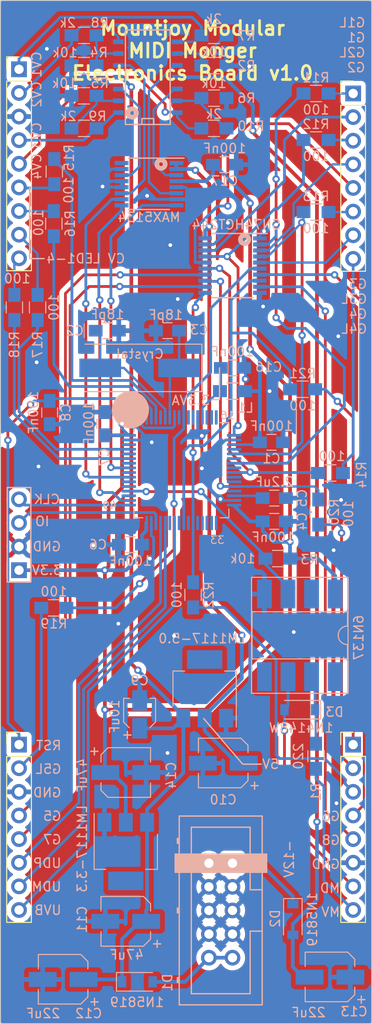
<source format=kicad_pcb>
(kicad_pcb (version 20221018) (generator pcbnew)
  (layers (0 "F.Cu" signal) (31 "B.Cu" signal) (34 "B.Paste" user) (35 "F.Paste" user) (36 "B.SilkS" user "B.Silkscreen") (37 "F.SilkS" user "F.Silkscreen") (38 "B.Mask" user) (39 "F.Mask" user) (44 "Edge.Cuts" user))
  (net 0 "")
  (net 1 "GATE1_LED_OUT")
  (net 2 "GND")
  (net 3 "GATE2_LED_OUT")
  (net 4 "GATE3_LED_OUT")
  (net 5 "GATE4_LED_OUT")
  (net 6 "CV1_LED_OUT")
  (net 7 "CV2_LED_OUT")
  (net 8 "CV3_LED_OUT")
  (net 9 "CV4_LED_OUT")
  (net 10 "GATE5_LED_OUT")
  (net 11 "GATE6_LED_OUT")
  (net 12 "GATE7_LED_OUT")
  (net 13 "GATE8_LED_OUT")
  (net 14 "MIDI_VREF")
  (net 15 "MIDI_DATA")
  (net 16 "GATE8_OUT")
  (net 17 "GATE7_OUT")
  (net 18 "GATE6_OUT")
  (net 19 "GATE5_OUT")
  (net 20 "GATE1_OUT")
  (net 21 "GATE2_OUT")
  (net 22 "GATE3_OUT")
  (net 23 "GATE4_OUT")
  (net 24 "USB_DM")
  (net 25 "USB_DP")
  (net 26 "USB_VBUS")
  (net 27 "CV1_OUT")
  (net 28 "CV2_OUT")
  (net 29 "CV3_OUT")
  (net 30 "CV4_OUT")
  (net 31 "+3V3")
  (net 32 "Net-(C2-Pad1)")
  (net 33 "Net-(C3-Pad1)")
  (net 34 "Net-(C5-Pad1)")
  (net 35 "NRST")
  (net 36 "VCC")
  (net 37 "+5V")
  (net 38 "VEE")
  (net 39 "+3.3VA")
  (net 40 "+12V")
  (net 41 "-12V")
  (net 42 "SWCLK")
  (net 43 "SWDIO")
  (net 44 "Net-(D3-Pad1)")
  (net 45 "Net-(R2-Pad2)")
  (net 46 "MIDI_RX")
  (net 47 "Net-(R4-Pad2)")
  (net 48 "Net-(R5-Pad2)")
  (net 49 "Net-(R10-Pad2)")
  (net 50 "GATE1")
  (net 51 "GATE2")
  (net 52 "GATE3")
  (net 53 "GATE4")
  (net 54 "CV1_LED")
  (net 55 "CV2_LED")
  (net 56 "CV3_LED")
  (net 57 "CV4_LED")
  (net 58 "GATE5")
  (net 59 "GATE6")
  (net 60 "GATE7")
  (net 61 "GATE8")
  (net 62 "Net-(U1-Pad1)")
  (net 63 "Net-(U1-Pad4)")
  (net 64 "Net-(U1-Pad8)")
  (net 65 "Net-(U1-Pad10)")
  (net 66 "Net-(U1-Pad14)")
  (net 67 "Net-(U1-Pad16)")
  (net 68 "Net-(U1-Pad20)")
  (net 69 "Net-(U1-Pad22)")
  (net 70 "Net-(U1-Pad24)")
  (net 71 "Net-(U1-Pad26)")
  (net 72 "Net-(U1-Pad29)")
  (net 73 "Net-(U1-Pad34)")
  (net 74 "Net-(U1-Pad36)")
  (net 75 "Net-(U1-Pad37)")
  (net 76 "Net-(U1-Pad39)")
  (net 77 "Net-(U1-Pad41)")
  (net 78 "Net-(U1-Pad43)")
  (net 79 "DAC_NSS")
  (net 80 "Net-(U1-Pad51)")
  (net 81 "Net-(U1-Pad53)")
  (net 82 "Net-(U1-Pad54)")
  (net 83 "DAC_SCK")
  (net 84 "Net-(U1-Pad56)")
  (net 85 "DAC_MOSI")
  (net 86 "Net-(U1-Pad58)")
  (net 87 "Net-(U1-Pad60)")
  (net 88 "Net-(U1-Pad62)")
  (net 89 "Net-(U2-Pad4)")
  (net 90 "Net-(U2-Pad7)")
  (net 91 "Net-(U2-Pad1)")
  (net 92 "DAC_3")
  (net 93 "DAC_4")
  (net 94 "DAC_2")
  (net 95 "DAC_1")
  (net 96 "Net-(U7-Pad16)")
  (net 97 "Net-(U1-Pad27)")
  (net 98 "Net-(U1-Pad33)")
  (net 99 "Net-(U1-Pad35)")
  (net 100 "Net-(U1-Pad11)")
  (net 101 "Net-(U1-Pad15)")
  (footprint "Socket_Strips:Socket_Strip_Straight_1x08_Pitch2.54mm" (layer "F.Cu") (at 134 50)
    (fp_text reference "J3" hide)
    (fp_text value "Conn_01x08_Male" hide)
  )
  (footprint "Socket_Strips:Socket_Strip_Straight_1x08_Pitch2.54mm" (layer "F.Cu") (at 98 120)
    (fp_text reference "J4" hide)
    (fp_text value "Conn_01x08_Male" hide)
  )
  (footprint "Socket_Strips:Socket_Strip_Straight_1x08_Pitch2.54mm" (layer "F.Cu") (at 134 120)
    (fp_text reference "J5" hide)
    (fp_text value "Conn_01x08_Male" hide)
  )
  (footprint "Socket_Strips:Socket_Strip_Straight_1x09_Pitch2.54mm" (layer "F.Cu") (at 98 47.4)
    (fp_text reference "J2" hide)
    (fp_text value "Conn_01x09_Male" hide)
  )
  (footprint "Diodes_SMD:D_SOD-123" (layer "B.Cu") (at 128.25 116.25 180)
    (fp_text reference "D3")
    (fp_text value "1N4148W")
  )
  (footprint "Capacitors_SMD:C_0805_HandSoldering" (layer "B.Cu") (at 125.2 87.5)
    (fp_text reference "C1")
    (fp_text value "100nF")
  )
  (footprint "Capacitors_SMD:C_0805_HandSoldering" (layer "B.Cu") (at 114 75.5 180)
    (fp_text reference "C3")
    (fp_text value "18pF")
  )
  (footprint "Capacitors_SMD:C_0805_HandSoldering" (layer "B.Cu") (at 125.5 96)
    (fp_text reference "C4")
    (fp_text value "100nF")
  )
  (footprint "Capacitors_SMD:C_0805_HandSoldering" (layer "B.Cu") (at 125.5 93.5)
    (fp_text reference "C5")
    (fp_text value "2.2uF")
  )
  (footprint "Capacitors_SMD:C_0805_HandSoldering" (layer "B.Cu") (at 110 98.5 180)
    (fp_text reference "C6")
    (fp_text value "100nF")
  )
  (footprint "Capacitors_SMD:C_0805_HandSoldering" (layer "B.Cu") (at 107.25 85.5 90)
    (fp_text reference "C7")
    (fp_text value "100nF")
  )
  (footprint "Capacitors_SMD:C_0805_HandSoldering" (layer "B.Cu") (at 101.3 84.3 90)
    (fp_text reference "C8")
    (fp_text value "100nF")
  )
  (footprint "Capacitors_SMD:CP_Elec_3x5.3" (layer "B.Cu") (at 111 116.75 90)
    (fp_text reference "C9")
    (fp_text value "10uF")
  )
  (footprint "Capacitors_SMD:CP_Elec_5x5.3" (layer "B.Cu") (at 120 122 180)
    (fp_text reference "C10")
    (fp_text value "22uF")
  )
  (footprint "Capacitors_SMD:CP_Elec_5x5.8" (layer "B.Cu") (at 109.5 139 180)
    (fp_text reference "C11")
    (fp_text value "47uF")
  )
  (footprint "Capacitors_SMD:CP_Elec_5x5.3" (layer "B.Cu") (at 102.75 145.25 180)
    (fp_text reference "C12")
    (fp_text value "22uF")
  )
  (footprint "Capacitors_SMD:CP_Elec_5x5.3" (layer "B.Cu") (at 131.5 145 180)
    (fp_text reference "C13")
    (fp_text value "22uF")
  )
  (footprint "Capacitors_SMD:CP_Elec_5x5.8" (layer "B.Cu") (at 109.5 123)
    (fp_text reference "C14")
    (fp_text value "47uF")
  )
  (footprint "Capacitors_SMD:C_0805_HandSoldering" (layer "B.Cu") (at 120.15 57.65)
    (fp_text reference "C17")
    (fp_text value "100nF")
  )
  (footprint "Diodes_SMD:D_SOD-123" (layer "B.Cu") (at 110.75 145.5)
    (fp_text reference "D1")
    (fp_text value "1N5819")
  )
  (footprint "Diodes_SMD:D_SOD-123" (layer "B.Cu") (at 127.5 138.8 -90)
    (fp_text reference "D2")
    (fp_text value "1N5819")
  )
  (footprint "Custom_Footprints:SWD_header" (layer "B.Cu") (at 98 101.25 90)
    (fp_text reference "J1" hide)
    (fp_text value "SWD_Header" hide)
  )
  (footprint "Custom_Footprints:Eurorack_10_pin_header" (layer "B.Cu") (at 121 132.75 -90)
    (fp_text reference "J9" hide)
    (fp_text value "Eurorack_10_pin_power")
  )
  (footprint "Inductors_SMD:L_0805_HandSoldering" (layer "B.Cu") (at 121 82)
    (fp_text reference "L1")
    (fp_text value "L")
  )
  (footprint "Resistors_SMD:R_0805_HandSoldering" (layer "B.Cu") (at 130 121.25 -90)
    (fp_text reference "R1")
    (fp_text value "220")
  )
  (footprint "Resistors_SMD:R_0805_HandSoldering" (layer "B.Cu") (at 125.9 100 180)
    (fp_text reference "R3")
    (fp_text value "10k")
  )
  (footprint "Resistors_SMD:R_0805_HandSoldering" (layer "B.Cu") (at 105 47)
    (fp_text reference "R4")
    (fp_text value "10k")
  )
  (footprint "Resistors_SMD:R_0805_HandSoldering" (layer "B.Cu") (at 105 50.25)
    (fp_text reference "R5")
    (fp_text value "10k")
  )
  (footprint "Resistors_SMD:R_0805_HandSoldering" (layer "B.Cu") (at 119 50.5 180)
    (fp_text reference "R6")
    (fp_text value "10k")
  )
  (footprint "Resistors_SMD:R_0805_HandSoldering" (layer "B.Cu") (at 119 43.75)
    (fp_text reference "R7")
    (fp_text value "2k")
  )
  (footprint "Resistors_SMD:R_0805_HandSoldering" (layer "B.Cu") (at 105 53.75 180)
    (fp_text reference "R9")
    (fp_text value "2k")
  )
  (footprint "Resistors_SMD:R_0805_HandSoldering" (layer "B.Cu") (at 119 53.75)
    (fp_text reference "R10")
    (fp_text value "2k")
  )
  (footprint "Resistors_SMD:R_0805_HandSoldering" (layer "B.Cu") (at 130 55 180)
    (fp_text reference "R12")
    (fp_text value "100")
  )
  (footprint "Resistors_SMD:R_0805_HandSoldering" (layer "B.Cu") (at 100 73 -90)
    (fp_text reference "R17")
    (fp_text value "100")
  )
  (footprint "Resistors_SMD:R_0805_HandSoldering" (layer "B.Cu") (at 97.5 73 -90)
    (fp_text reference "R18")
    (fp_text value "100")
  )
  (footprint "Resistors_SMD:R_0805_HandSoldering" (layer "B.Cu") (at 128.55 81.8 180)
    (fp_text reference "R21")
    (fp_text value "100")
  )
  (footprint "Package_QFP:LQFP-64_10x10mm_P0.5mm" (layer "B.Cu") (at 115.5 90.5 -90)
    (fp_text reference "U1" hide)
    (fp_text value "STM32F446RETx")
  )
  (footprint "TO_SOT_Packages_SMD:SOT-223" (layer "B.Cu") (at 118 114 90)
    (fp_text reference "U4" hide)
    (fp_text value "LM1117-5.0")
  )
  (footprint "TO_SOT_Packages_SMD:SOT-223" (layer "B.Cu") (at 109.5 131.5 -90)
    (fp_text reference "U5" hide)
    (fp_text value "LM1117-3.3")
  )
  (footprint "Housings_SSOP:TSSOP-20_4.4x6.5mm_Pitch0.65mm" (layer "B.Cu") (at 121 68.5 180)
    (fp_text reference "U6" hide)
    (fp_text value "SN74HCT244")
  )
  (footprint "Custom_Footprints:Crystal_SMD" (layer "B.Cu") (at 111 79.5 180)
    (fp_text reference "Y1" hide)
    (fp_text value "Crystal")
  )
  (footprint "Housings_SSOP:TSSOP-16_4.4x5mm_Pitch0.65mm" (layer "B.Cu") (at 112 59.75 180)
    (fp_text reference "U7" hide)
    (fp_text value "MAX5134")
  )
  (footprint "Capacitors_SMD:C_0805_HandSoldering" (layer "B.Cu") (at 121 79.5)
    (fp_text reference "C16")
    (fp_text value "100nF")
  )
  (footprint "SMD_Packages:SOIC-14_N" (layer "B.Cu") (at 112 48.25 90)
    (fp_text reference "U3" hide)
    (fp_text value "TL074")
  )
  (footprint "Housings_DIP:DIP-8_W8.89mm_SMDSocket_LongPads" (layer "B.Cu") (at 128.25 108.25 90)
    (fp_text reference "U2" hide)
    (fp_text value "6N137")
  )
  (footprint "Resistors_SMD:R_0805_HandSoldering" (layer "B.Cu") (at 105 43.75)
    (fp_text reference "R8")
    (fp_text value "2k")
  )
  (footprint "Resistors_SMD:R_0805_HandSoldering" (layer "B.Cu") (at 119 47 180)
    (fp_text reference "R2")
    (fp_text value "10k")
  )
  (footprint "Resistors_SMD:R_0805_HandSoldering" (layer "B.Cu") (at 101.75 64 -90)
    (fp_text reference "R16")
    (fp_text value "100")
  )
  (footprint "Resistors_SMD:R_0805_HandSoldering" (layer "B.Cu") (at 130 62.75 180)
    (fp_text reference "R13")
    (fp_text value "100")
  )
  (footprint "Resistors_SMD:R_0805_HandSoldering" (layer "B.Cu") (at 130 50 180)
    (fp_text reference "R11")
    (fp_text value "100")
  )
  (footprint "Capacitors_SMD:C_0805_HandSoldering" (layer "B.Cu") (at 107.5 75.5)
    (fp_text reference "C2")
    (fp_text value "18pF")
  )
  (footprint "Resistors_SMD:R_0805_HandSoldering" (layer "B.Cu") (at 130.25 95 90)
    (fp_text reference "R20")
    (fp_text value "100")
  )
  (footprint "Resistors_SMD:R_0805_HandSoldering" (layer "B.Cu") (at 131.55 90.8 180)
    (fp_text reference "R14")
    (fp_text value "100")
  )
  (footprint "Resistors_SMD:R_0805_HandSoldering" (layer "B.Cu") (at 116.75 103.9 90)
    (fp_text reference "R22")
    (fp_text value "100")
  )
  (footprint "Resistors_SMD:R_0805_HandSoldering" (layer "B.Cu") (at 101.75 105.3)
    (fp_text reference "R19")
    (fp_text value "100")
  )
  (footprint "Resistors_SMD:R_0805_HandSoldering" (layer "B.Cu") (at 101.8 58.4 90)
    (fp_text reference "R15")
    (fp_text value "100")
  )
  (gr_circle (center 122.3 65.7) (end 122.5 65.7) (stroke (width 0.5)) (fill none) (layer "B.SilkS"))
  (gr_circle (center 110.2 52.1) (end 110.4 52.1) (stroke (width 0.5)) (fill none) (layer "B.SilkS"))
  (gr_line (start 118.8 82.9) (end 119.6 82.9) (stroke (width 0.15)) (layer "B.SilkS"))
  (gr_line (start 124.1 122.1) (end 122.1 122.1) (stroke (width 0.15)) (layer "B.SilkS"))
  (gr_line (start 99.15 67.75) (end 99.15 60.15) (stroke (width 0.15)) (layer "B.SilkS"))
  (gr_line (start 100.7 67.75) (end 99.15 67.75) (stroke (width 0.15)) (layer "B.SilkS"))
  (gr_line (start 119.6 82.9) (end 119.6 79.5) (stroke (width 0.15)) (layer "B.SilkS"))
  (gr_circle (center 113.3 57.6) (end 113.5 57.6) (stroke (width 0.5)) (fill none) (layer "B.SilkS"))
  (gr_line (start 122.1 122.1) (end 117.9 117.2) (stroke (width 0.15)) (layer "B.SilkS"))
  (gr_circle (center 110 84) (end 110 84) (stroke (width 2)) (fill none) (layer "B.SilkS"))
  (gr_line (start 96 40) (end 136 40) (stroke (width 0.1)) (layer "Edge.Cuts"))
  (gr_line (start 96 150) (end 136 150) (stroke (width 0.1)) (layer "Edge.Cuts"))
  (gr_line (start 96 40) (end 96 150) (stroke (width 0.1)) (layer "Edge.Cuts"))
  (gr_line (start 136 40) (end 136 150) (stroke (width 0.1)) (layer "Edge.Cuts"))
  (gr_text "G5L" (at 101.17619 122.628571) (layer "B.SilkS") (effects (font (size 1 1)) (justify mirror)))
  (gr_text "GND" (at 101.033333 125.157142) (layer "B.SilkS") (effects (font (size 1 1)) (justify mirror)))
  (gr_text "G5" (at 101.580952 127.685713) (layer "B.SilkS") (effects (font (size 1 1)) (justify mirror)))
  (gr_text "G7" (at 101.580952 130.214284) (layer "B.SilkS") (effects (font (size 1 1)) (justify mirror)))
  (gr_text "UDP" (at 101.033333 132.742855) (layer "B.SilkS") (effects (font (size 1 1)) (justify mirror)))
  (gr_text "UDM" (at 100.961905 135.271426) (layer "B.SilkS") (effects (font (size 1 1)) (justify mirror)))
  (gr_text "UVB" (at 101.104762 137.8) (layer "B.SilkS") (effects (font (size 1 1)) (justify mirror)))
  (gr_text "G8" (at 131.6 130.275) (layer "B.SilkS") (effects (font (size 1 1)) (justify mirror)))
  (gr_text "MV" (at 131.576191 138) (layer "B.SilkS") (effects (font (size 1 1)) (justify mirror)))
  (gr_text "G3\nG3L\nG4\nG4L" (at 135.6 72.9) (layer "B.SilkS") (effects (font (size 1 1)) (justify left mirror)))
  (gr_text "G6" (at 131.6 127.7) (layer "B.SilkS") (effects (font (size 1 1)) (justify mirror)))
  (gr_text "GND" (at 131.052381 132.85) (layer "B.SilkS") (effects (font (size 1 1)) (justify mirror)))
  (gr_text "MD" (at 131.504762 135.425) (layer "B.SilkS") (effects (font (size 1 1)) (justify mirror)))
  (gr_text "G1L\nG1\nG2L\nG2" (at 135.4 44.8) (layer "B.SilkS") (effects (font (size 1 1)) (justify left mirror)))
  (gr_text "33" (at 120.2 98) (layer "B.SilkS") (effects (font (size 0.8 0.8) (thickness 0.12)) (justify left mirror)))
  (gr_text "49" (at 108.6 94.3) (layer "B.SilkS") (effects (font (size 0.8 0.8) (thickness 0.12)) (justify left mirror)))
  (gr_text "16" (at 121.3 84.6) (layer "B.SilkS") (effects (font (size 0.8 0.8) (thickness 0.12)) (justify left mirror)))
  (gr_text "5V" (at 125.1 122.1) (layer "B.SilkS") (effects (font (size 1 1)) (justify mirror)))
  (gr_text "3.3VA" (at 116.5 83) (layer "B.SilkS") (effects (font (size 1 1)) (justify mirror)))
  (gr_text "CV LED1-4" (at 100.85 67.75) (layer "B.SilkS") (effects (font (size 1 1)) (justify right mirror)))
  (gr_text "CV1" (at 99.9 48.4 90) (layer "B.SilkS") (effects (font (size 1 1)) (justify right mirror)))
  (gr_text "CV2" (at 99.9 51.6 90) (layer "B.SilkS") (effects (font (size 1 1)) (justify right mirror)))
  (gr_text "CV3" (at 99.9 56 90) (layer "B.SilkS") (effects (font (size 1 1)) (justify right mirror)))
  (gr_text "CV4" (at 99.9 59.35 90) (layer "B.SilkS") (effects (font (size 1 1)) (justify right mirror)))
  (gr_text "RST" (at 101.2 120.1) (layer "B.SilkS") (effects (font (size 1 1)) (justify mirror)))
  (gr_text "Mountjoy Modular\nMIDI Monger\nElectronics Board v1.0" (at 116.7 45.4) (layer "F.SilkS") (effects (font (size 1.5 1.5) (thickness 0.3))))
  (segment (start 131.35 50) (end 134 50) (width 0.25) (layer "B.Cu") (net 1))
  (segment (start 117.7 86.8) (end 117.7 90.3) (width 0.3) (layer "F.Cu") (net 2))
  (via (at 108.7 107) (size 0.8) (drill 0.4) (layers "F.Cu" "B.Cu") (net 2))
  (via (at 117.7 86.8) (size 0.8) (drill 0.4) (layers "F.Cu" "B.Cu") (net 2))
  (via (at 127.6 107.9) (size 0.8) (drill 0.4) (layers "F.Cu" "B.Cu") (net 2))
  (via (at 122.8 47.1) (size 0.8) (drill 0.4) (layers "F.Cu" "B.Cu") (net 2))
  (via (at 111.8 42.9) (size 0.8) (drill 0.4) (layers "F.Cu" "B.Cu") (net 2))
  (via (at 115.1 72.1) (size 0.8) (drill 0.4) (layers "F.Cu" "B.Cu") (net 2))
  (via (at 119.7 93.6) (size 0.8) (drill 0.4) (layers "F.Cu" "B.Cu") (net 2))
  (via (at 114 120.9) (size 0.8) (drill 0.4) (layers "F.Cu" "B.Cu") (net 2))
  (via (at 101 45.2) (size 0.8) (drill 0.4) (layers "F.Cu" "B.Cu") (net 2))
  (via (at 111.8 61) (size 0.8) (drill 0.4) (layers "F.Cu" "B.Cu") (net 2))
  (via (at 124.3 72.9) (size 0.8) (drill 0.4) (layers "F.Cu" "B.Cu") (net 2))
  (via (at 120.5 63.9) (size 0.8) (drill 0.4) (layers "F.Cu" "B.Cu") (net 2))
  (via (at 124.4 64.8) (size 0.8) (drill 0.4) (layers "F.Cu" "B.Cu") (net 2))
  (via (at 132.4 76.1) (size 0.8) (drill 0.4) (layers "F.Cu" "B.Cu") (net 2))
  (via (at 117.7 90.3) (size 0.8) (drill 0.4) (layers "F.Cu" "B.Cu") (net 2))
  (via (at 114.3 66.3) (size 0.8) (drill 0.4) (layers "F.Cu" "B.Cu") (net 2))
  (via (at 125 82) (size 0.8) (drill 0.4) (layers "F.Cu" "B.Cu") (net 2))
  (via (at 132.2 126.3) (size 0.8) (drill 0.4) (layers "F.Cu" "B.Cu") (net 2))
  (via (at 100.1 90.1) (size 0.8) (drill 0.4) (layers "F.Cu" "B.Cu") (net 2))
  (via (at 107 60) (size 0.8) (drill 0.4) (layers "F.Cu" "B.Cu") (net 2))
  (via (at 112.3 87.5) (size 0.8) (drill 0.4) (layers "F.Cu" "B.Cu") (net 2))
  (via (at 106 98.6) (size 0.8) (drill 0.4) (layers "F.Cu" "B.Cu") (net 2))
  (via (at 131.9 99.1) (size 0.8) (drill 0.4) (layers "F.Cu" "B.Cu") (net 2))
  (via (at 132.7 93.7) (size 0.8) (drill 0.4) (layers "F.Cu" "B.Cu") (net 2))
  (via (at 122.4 80.7) (size 0.8) (drill 0.4) (layers "F.Cu" "B.Cu") (net 2))
  (via (at 112.1 100) (size 0.8) (drill 0.4) (layers "F.Cu" "B.Cu") (net 2))
  (via (at 114.7 108.3) (size 0.8) (drill 0.4) (layers "F.Cu" "B.Cu") (net 2))
  (via (at 99.9 78.9) (size 0.8) (drill 0.4) (layers "F.Cu" "B.Cu") (net 2))
  (segment (start 107.575 59.425) (end 107 60) (width 0.3) (layer "B.Cu") (net 2))
  (segment (start 118.980002 66.225) (end 118.05 66.225) (width 0.3) (layer "B.Cu") (net 2))
  (segment (start 121.175 93.75) (end 119.85 93.75) (width 0.3) (layer "B.Cu") (net 2))
  (segment (start 107.25 84.25) (end 109.05 84.25) (width 0.3) (layer "B.Cu") (net 2))
  (segment (start 109.05 60.075) (end 107.075 60.075) (width 0.3) (layer "B.Cu") (net 2))
  (segment (start 112.25 97.524999) (end 112.499999 97.774998) (width 0.3) (layer "B.Cu") (net 2))
  (segment (start 116.050001 60.219999) (end 116.050001 64.549999) (width 0.3) (layer "B.Cu") (net 2))
  (segment (start 116.050001 64.549999) (end 114.3 66.3) (width 0.3) (layer "B.Cu") (net 2))
  (segment (start 108 58.125) (end 107 59.125) (width 0.3) (layer "B.Cu") (net 2))
  (segment (start 109.05 59.425) (end 107.575 59.425) (width 0.3) (layer "B.Cu") (net 2))
  (segment (start 118.099999 89.900001) (end 117.7 90.3) (width 0.3) (layer "B.Cu") (net 2))
  (segment (start 119.7 93.6) (end 117.7 91.6) (width 0.3) (layer "B.Cu") (net 2))
  (segment (start 115.905002 60.075) (end 116.050001 60.219999) (width 0.3) (layer "B.Cu") (net 2))
  (segment (start 116 61.375) (end 116.050001 61.425001) (width 0.3) (layer "B.Cu") (net 2))
  (segment (start 114.95 61.375) (end 116 61.375) (width 0.4) (layer "B.Cu") (net 2))
  (segment (start 117.7 91.6) (end 117.7 90.3) (width 0.3) (layer "B.Cu") (net 2))
  (segment (start 112.499999 99.600001) (end 112.1 100) (width 0.3) (layer "B.Cu") (net 2))
  (segment (start 122.4 79.65) (end 122.25 79.5) (width 0.3) (layer "B.Cu") (net 2))
  (segment (start 120.25 87.25) (end 118.099999 89.400001) (width 0.3) (layer "B.Cu") (net 2))
  (segment (start 112.05 87.25) (end 112.3 87.5) (width 0.3) (layer "B.Cu") (net 2))
  (segment (start 107 59.125) (end 107 60) (width 0.3) (layer "B.Cu") (net 2))
  (segment (start 117.25 84.825) (end 117.25 86.35) (width 0.3) (layer "B.Cu") (net 2))
  (segment (start 121.175 87.25) (end 120.25 87.25) (width 0.3) (layer "B.Cu") (net 2))
  (segment (start 107.075 60.075) (end 107 60) (width 0.3) (layer "B.Cu") (net 2))
  (segment (start 109.05 84.25) (end 112.3 87.5) (width 0.3) (layer "B.Cu") (net 2))
  (segment (start 117.25 86.35) (end 117.7 86.8) (width 0.3) (layer "B.Cu") (net 2))
  (segment (start 116.050001 61.425001) (end 116.050001 64.549999) (width 0.3) (layer "B.Cu") (net 2))
  (segment (start 114.95 60.075) (end 115.905002 60.075) (width 0.3) (layer "B.Cu") (net 2))
  (segment (start 123.95 65.575) (end 123.95 65.25) (width 0.3) (layer "B.Cu") (net 2))
  (segment (start 123.95 65.25) (end 124.4 64.8) (width 0.3) (layer "B.Cu") (net 2))
  (segment (start 114.95 61.375) (end 112.175 61.375) (width 0.3) (layer "B.Cu") (net 2))
  (segment (start 120.5 63.9) (end 120.5 64.705002) (width 0.3) (layer "B.Cu") (net 2))
  (segment (start 112.25 96.175) (end 112.25 97.524999) (width 0.3) (layer "B.Cu") (net 2))
  (segment (start 118.099999 89.400001) (end 118.099999 89.900001) (width 0.3) (layer "B.Cu") (net 2))
  (segment (start 109.05 59.425) (end 109.05 60.075) (width 0.3) (layer "B.Cu") (net 2))
  (segment (start 119.85 93.75) (end 119.7 93.6) (width 0.3) (layer "B.Cu") (net 2))
  (segment (start 120.5 64.705002) (end 118.980002 66.225) (width 0.3) (layer "B.Cu") (net 2))
  (segment (start 109.05 58.125) (end 108 58.125) (width 0.3) (layer "B.Cu") (net 2))
  (segment (start 109.825 87.25) (end 112.05 87.25) (width 0.3) (layer "B.Cu") (net 2))
  (segment (start 112.499999 97.774998) (end 112.499999 99.600001) (width 0.3) (layer "B.Cu") (net 2))
  (segment (start 112.175 61.375) (end 111.8 61) (width 0.3) (layer "B.Cu") (net 2))
  (segment (start 122.4 80.7) (end 122.4 79.65) (width 0.3) (layer "B.Cu") (net 2))
  (segment (start 131.35 55) (end 133.92 55) (width 0.3) (layer "B.Cu") (net 3))
  (segment (start 133.92 55) (end 134 55.08) (width 0.3) (layer "B.Cu") (net 3))
  (segment (start 131.35 62.75) (end 133.95 62.75) (width 0.25) (layer "B.Cu") (net 4))
  (segment (start 133.95 62.75) (end 134 62.7) (width 0.25) (layer "B.Cu") (net 4))
  (segment (start 132.9 89.85) (end 134 88.75) (width 0.3) (layer "B.Cu") (net 5))
  (segment (start 132.9 90.8) (end 132.9 89.85) (width 0.3) (layer "B.Cu") (net 5))
  (segment (start 134 88.75) (end 134 67.78) (width 0.3) (layer "B.Cu") (net 5))
  (segment (start 101.39 60.16) (end 101.8 59.75) (width 0.3) (layer "B.Cu") (net 6))
  (segment (start 98 60.16) (end 101.39 60.16) (width 0.3) (layer "B.Cu") (net 6))
  (segment (start 101.75 62.65) (end 98.05 62.65) (width 0.25) (layer "B.Cu") (net 7))
  (segment (start 98.05 62.65) (end 98 62.7) (width 0.25) (layer "B.Cu") (net 7))
  (segment (start 100 67.24) (end 98 65.24) (width 0.25) (layer "B.Cu") (net 8))
  (segment (start 100 71.65) (end 100 67.24) (width 0.25) (layer "B.Cu") (net 8))
  (segment (start 97.5 68.28) (end 98 67.78) (width 0.25) (layer "B.Cu") (net 9))
  (segment (start 97.5 71.65) (end 97.5 68.28) (width 0.25) (layer "B.Cu") (net 9))
  (segment (start 100.4 120.14) (end 100.4 105.3) (width 0.3) (layer "B.Cu") (net 10))
  (segment (start 98 122.54) (end 100.4 120.14) (width 0.3) (layer "B.Cu") (net 10))
  (segment (start 134 122.54) (end 132.75 121.29) (width 0.3) (layer "F.Cu") (net 11))
  (segment (start 132.75 121.29) (end 132.75 97.25) (width 0.3) (layer "F.Cu") (net 11))
  (via (at 132.75 97.25) (size 0.8) (drill 0.4) (layers "F.Cu" "B.Cu") (net 11))
  (segment (start 132.415685 96.35) (end 130.25 96.35) (width 0.3) (layer "B.Cu") (net 11))
  (segment (start 132.75 96.684315) (end 132.415685 96.35) (width 0.3) (layer "B.Cu") (net 11))
  (segment (start 132.75 97.25) (end 132.75 96.684315) (width 0.3) (layer "B.Cu") (net 11))
  (segment (start 132.3 83.1) (end 134 84.8) (width 0.3) (layer "F.Cu") (net 12))
  (segment (start 134 84.8) (end 134 120) (width 0.3) (layer "F.Cu") (net 12))
  (via (at 132.3 83.1) (size 0.8) (drill 0.4) (layers "F.Cu" "B.Cu") (net 12))
  (segment (start 129.9 81.8) (end 131 81.8) (width 0.3) (layer "B.Cu") (net 12))
  (segment (start 131 81.8) (end 132.3 83.1) (width 0.3) (layer "B.Cu") (net 12))
  (segment (start 133.150001 123.719999) (end 133.150001 124.230001) (width 0.3) (layer "B.Cu") (net 13))
  (segment (start 125.7 110.839998) (end 125.7 121.099998) (width 0.3) (layer "B.Cu") (net 13))
  (segment (start 130.930001 121.499999) (end 133.150001 123.719999) (width 0.3) (layer "B.Cu") (net 13))
  (segment (start 126.100001 121.499999) (end 130.930001 121.499999) (width 0.3) (layer "B.Cu") (net 13))
  (segment (start 133.150001 124.230001) (end 134 125.08) (width 0.3) (layer "B.Cu") (net 13))
  (segment (start 116.75 105.25) (end 120.110002 105.25) (width 0.3) (layer "B.Cu") (net 13))
  (segment (start 125.7 121.099998) (end 126.100001 121.499999) (width 0.3) (layer "B.Cu") (net 13))
  (segment (start 120.110002 105.25) (end 125.7 110.839998) (width 0.3) (layer "B.Cu") (net 13))
  (segment (start 130.850001 124.500001) (end 130 123.65) (width 0.3) (layer "B.Cu") (net 14))
  (segment (start 134 137.78) (end 130.850001 134.630001) (width 0.3) (layer "B.Cu") (net 14))
  (segment (start 130 123.65) (end 130 122.6) (width 0.3) (layer "B.Cu") (net 14))
  (segment (start 130.850001 134.630001) (end 130.850001 124.500001) (width 0.3) (layer "B.Cu") (net 14))
  (segment (start 126.6 127.84) (end 126.6 118.5) (width 0.3) (layer "F.Cu") (net 15))
  (segment (start 134 135.24) (end 126.6 127.84) (width 0.3) (layer "F.Cu") (net 15))
  (via (at 126.6 118.5) (size 0.8) (drill 0.4) (layers "F.Cu" "B.Cu") (net 15))
  (segment (start 126.98 115.87) (end 126.6 116.25) (width 0.3) (layer "B.Cu") (net 15))
  (segment (start 126.6 118.5) (end 126.6 116.25) (width 0.3) (layer "B.Cu") (net 15))
  (segment (start 126.98 112.695) (end 126.98 115.87) (width 0.3) (layer "B.Cu") (net 15))
  (segment (start 131 127.16) (end 134 130.16) (width 0.3) (layer "F.Cu") (net 16))
  (segment (start 131 73.4) (end 131 127.16) (width 0.3) (layer "F.Cu") (net 16))
  (via (at 131 73.4) (size 0.8) (drill 0.4) (layers "F.Cu" "B.Cu") (net 16))
  (segment (start 128.4 70.775) (end 123.95 70.775) (width 0.3) (layer "B.Cu") (net 16))
  (segment (start 131 73.4) (end 128.4 70.775) (width 0.3) (layer "B.Cu") (net 16))
  (segment (start 108.85 70.75) (end 105.55 70.75) (width 0.3) (layer "F.Cu") (net 17))
  (segment (start 103.502374 124.597626) (end 103.502374 124.657626) (width 0.3) (layer "F.Cu") (net 17))
  (segment (start 103.50001 72.79999) (end 103.50001 124.65999) (width 0.3) (layer "F.Cu") (net 17))
  (segment (start 105.55 70.75) (end 103.50001 72.79999) (width 0.3) (layer "F.Cu") (net 17))
  (segment (start 103.50001 124.65999) (end 98 130.16) (width 0.3) (layer "F.Cu") (net 17))
  (via (at 108.85 70.75) (size 0.8) (drill 0.4) (layers "F.Cu" "B.Cu") (net 17))
  (segment (start 118.025 70.75) (end 118.05 70.775) (width 0.3) (layer "B.Cu") (net 17))
  (segment (start 108.85 70.75) (end 118.025 70.75) (width 0.3) (layer "B.Cu") (net 17))
  (segment (start 135.200001 126.419999) (end 134 127.62) (width 0.3) (layer "F.Cu") (net 18))
  (segment (start 135.200001 72.649999) (end 135.200001 126.419999) (width 0.3) (layer "F.Cu") (net 18))
  (segment (start 132 69.5) (end 135.200001 72.649999) (width 0.3) (layer "F.Cu") (net 18))
  (via (at 132 69.5) (size 0.8) (drill 0.4) (layers "F.Cu" "B.Cu") (net 18))
  (segment (start 132 69.5) (end 132.025002 69.475) (width 0.3) (layer "B.Cu") (net 18))
  (segment (start 132.025002 69.475) (end 123.95 69.475) (width 0.3) (layer "B.Cu") (net 18))
  (segment (start 105 69.5) (end 103 71.5) (width 0.3) (layer "F.Cu") (net 19))
  (segment (start 108.9 69.5) (end 105 69.5) (width 0.3) (layer "F.Cu") (net 19))
  (segment (start 103 122.62) (end 98 127.62) (width 0.3) (layer "F.Cu") (net 19))
  (segment (start 103 71.5) (end 103 122.62) (width 0.3) (layer "F.Cu") (net 19))
  (via (at 108.9 69.5) (size 0.8) (drill 0.4) (layers "F.Cu" "B.Cu") (net 19))
  (segment (start 108.9 69.5) (end 118.025 69.5) (width 0.3) (layer "B.Cu") (net 19))
  (segment (start 118.025 69.5) (end 118.05 69.475) (width 0.3) (layer "B.Cu") (net 19))
  (segment (start 126.6 59.384696) (end 119.109696 66.875) (width 0.3) (layer "B.Cu") (net 20))
  (segment (start 119.109696 66.875) (end 118.05 66.875) (width 0.3) (layer "B.Cu") (net 20))
  (segment (start 134 52.54) (end 129.079998 52.54) (width 0.3) (layer "B.Cu") (net 20))
  (segment (start 126.6 55.019998) (end 126.6 59.384696) (width 0.3) (layer "B.Cu") (net 20))
  (segment (start 129.079998 52.54) (end 126.6 55.019998) (width 0.3) (layer "B.Cu") (net 20))
  (segment (start 124.835002 66.875) (end 127.574999 64.135003) (width 0.25) (layer "B.Cu") (net 21))
  (segment (start 127.574999 61.839999) (end 131.794998 57.62) (width 0.25) (layer "B.Cu") (net 21))
  (segment (start 131.794998 57.62) (end 134 57.62) (width 0.25) (layer "B.Cu") (net 21))
  (segment (start 127.574999 64.135003) (end 127.574999 61.839999) (width 0.25) (layer "B.Cu") (net 21))
  (segment (start 123.95 66.875) (end 124.835002 66.875) (width 0.25) (layer "B.Cu") (net 21))
  (segment (start 127.089999 53.249999) (end 134 60.16) (width 0.3) (layer "F.Cu") (net 22))
  (segment (start 122.839999 53.249999) (end 127.089999 53.249999) (width 0.3) (layer "F.Cu") (net 22))
  (segment (start 120.5 55.589998) (end 122.839999 53.249999) (width 0.3) (layer "F.Cu") (net 22))
  (segment (start 120.5 62.1) (end 120.5 55.589998) (width 0.3) (layer "F.Cu") (net 22))
  (via (at 120.5 62.1) (size 0.8) (drill 0.4) (layers "F.Cu" "B.Cu") (net 22))
  (segment (start 119.389998 62.1) (end 120.5 62.1) (width 0.3) (layer "B.Cu") (net 22))
  (segment (start 116.974999 64.514999) (end 119.389998 62.1) (width 0.3) (layer "B.Cu") (net 22))
  (segment (start 118.05 68.175) (end 117.025 68.175) (width 0.3) (layer "B.Cu") (net 22))
  (segment (start 117.025 68.175) (end 116.974999 68.124999) (width 0.3) (layer "B.Cu") (net 22))
  (segment (start 116.974999 68.124999) (end 116.974999 64.514999) (width 0.3) (layer "B.Cu") (net 22))
  (segment (start 131.065 68.175) (end 134 65.24) (width 0.25) (layer "B.Cu") (net 23))
  (segment (start 123.95 68.175) (end 131.065 68.175) (width 0.25) (layer "B.Cu") (net 23))
  (segment (start 104.949991 128.290009) (end 104.949991 114.050009) (width 0.3) (layer "B.Cu") (net 24))
  (segment (start 104.949991 114.050009) (end 113.75 105.25) (width 0.3) (layer "B.Cu") (net 24))
  (segment (start 98 135.24) (end 104.949991 128.290009) (width 0.3) (layer "B.Cu") (net 24))
  (segment (start 113.75 105.25) (end 113.75 96.175) (width 0.3) (layer "B.Cu") (net 24))
  (segment (start 104.449981 126.250019) (end 104.449981 113.550019) (width 0.3) (layer "B.Cu") (net 25))
  (segment (start 113.25 104.75) (end 113.25 96.175) (width 0.3) (layer "B.Cu") (net 25))
  (segment (start 104.449981 113.550019) (end 113.25 104.75) (width 0.3) (layer "B.Cu") (net 25))
  (segment (start 98 132.7) (end 104.449981 126.250019) (width 0.3) (layer "B.Cu") (net 25))
  (segment (start 114.75 104.99998) (end 114.75001 104.99999) (width 0.3) (layer "B.Cu") (net 26))
  (segment (start 114.75 96.175) (end 114.75 104.99998) (width 0.3) (layer "B.Cu") (net 26))
  (segment (start 105.449999 114.300001) (end 114.75001 104.99999) (width 0.3) (layer "B.Cu") (net 26))
  (segment (start 98 137.78) (end 105.449999 130.330001) (width 0.3) (layer "B.Cu") (net 26))
  (segment (start 105.449999 130.330001) (end 105.449999 114.300001) (width 0.3) (layer "B.Cu") (net 26))
  (segment (start 117.65 43.75) (end 117.65 42.8) (width 0.3) (layer "B.Cu") (net 27))
  (segment (start 98 46.25) (end 98 47.4) (width 0.3) (layer "B.Cu") (net 27))
  (segment (start 116.96 44.44) (end 117.65 43.75) (width 0.25) (layer "B.Cu") (net 27))
  (segment (start 115.048 44.44) (end 116.96 44.44) (width 0.25) (layer "B.Cu") (net 27))
  (segment (start 116.65 41.8) (end 102.45 41.8) (width 0.3) (layer "B.Cu") (net 27))
  (segment (start 102.45 41.8) (end 98 46.25) (width 0.3) (layer "B.Cu") (net 27))
  (segment (start 117.65 42.8) (end 116.65 41.8) (width 0.3) (layer "B.Cu") (net 27))
  (segment (start 104.725001 42.774999) (end 103.75 43.75) (width 0.25) (layer "B.Cu") (net 28))
  (segment (start 108.698 43.936) (end 107.536999 42.774999) (width 0.25) (layer "B.Cu") (net 28))
  (segment (start 103.75 43.75) (end 103.65 43.75) (width 0.25) (layer "B.Cu") (net 28))
  (segment (start 103.65 43.75) (end 103.65 44.7) (width 0.3) (layer "B.Cu") (net 28))
  (segment (start 98.41 49.94) (end 98 49.94) (width 0.3) (layer "B.Cu") (net 28))
  (segment (start 103.65 44.7) (end 98.41 49.94) (width 0.3) (layer "B.Cu") (net 28))
  (segment (start 108.698 44.44) (end 108.698 43.936) (width 0.25) (layer "B.Cu") (net 28))
  (segment (start 107.536999 42.774999) (end 104.725001 42.774999) (width 0.25) (layer "B.Cu") (net 28))
  (segment (start 106.35 53.75) (end 106.25 53.75) (width 0.3) (layer "B.Cu") (net 29))
  (segment (start 104.98 55.02) (end 98 55.02) (width 0.3) (layer "B.Cu") (net 29))
  (segment (start 106.35 53.75) (end 106.6905 53.75) (width 0.25) (layer "B.Cu") (net 29))
  (segment (start 108.3805 52.06) (end 108.698 52.06) (width 0.25) (layer "B.Cu") (net 29))
  (segment (start 106.25 53.75) (end 104.98 55.02) (width 0.3) (layer "B.Cu") (net 29))
  (segment (start 106.6905 53.75) (end 108.3805 52.06) (width 0.25) (layer "B.Cu") (net 29))
  (segment (start 103.639999 48.249999) (end 103.639999 50.470003) (width 0.3) (layer "F.Cu") (net 30))
  (segment (start 113.75 52) (end 113.75 51.139998) (width 0.3) (layer "F.Cu") (net 30))
  (segment (start 110.860001 48.249999) (end 103.639999 48.249999) (width 0.3) (layer "F.Cu") (net 30))
  (segment (start 103.639999 50.470003) (end 100.2 53.910002) (width 0.3) (layer "F.Cu") (net 30))
  (segment (start 100.2 53.910002) (end 100.2 55.36) (width 0.3) (layer "F.Cu") (net 30))
  (segment (start 113.75 51.139998) (end 110.860001 48.249999) (width 0.3) (layer "F.Cu") (net 30))
  (segment (start 100.2 55.36) (end 98 57.56) (width 0.3) (layer "F.Cu") (net 30))
  (via (at 113.75 52) (size 0.8) (drill 0.4) (layers "F.Cu" "B.Cu") (net 30))
  (segment (start 116.234 53.75) (end 117.65 53.75) (width 0.25) (layer "B.Cu") (net 30))
  (segment (start 115.048 52.564) (end 116.234 53.75) (width 0.25) (layer "B.Cu") (net 30))
  (segment (start 114.988 52) (end 115.048 52.06) (width 0.3) (layer "B.Cu") (net 30))
  (segment (start 115.048 52.06) (end 115.048 52.564) (width 0.25) (layer "B.Cu") (net 30))
  (segment (start 113.75 52) (end 114.988 52) (width 0.3) (layer "B.Cu") (net 30))
  (segment (start 107.649999 100.850001) (end 107.649999 93.850001) (width 0.4) (layer "F.Cu") (net 31))
  (segment (start 107.649999 93.850001) (end 109.1 92.4) (width 0.4) (layer "F.Cu") (net 31))
  (segment (start 127.2 81.8) (end 122.9 77.5) (width 0.4) (layer "F.Cu") (net 31))
  (segment (start 109.1 92.4) (end 109.1 85.5) (width 0.4) (layer "F.Cu") (net 31))
  (segment (start 127.2 98.2) (end 127.2 81.8) (width 0.4) (layer "F.Cu") (net 31))
  (segment (start 107.25 101.25) (end 107.649999 100.850001) (width 0.4) (layer "F.Cu") (net 31))
  (segment (start 107.815685 116.25) (end 107.25 116.25) (width 0.3) (layer "F.Cu") (net 31))
  (segment (start 107.25 116.25) (end 107.25 101.25) (width 0.4) (layer "F.Cu") (net 31))
  (segment (start 107.25 116.25) (end 118.065998 116.25) (width 0.4) (layer "F.Cu") (net 31))
  (segment (start 118.065998 116.25) (end 127.2 107.115998) (width 0.4) (layer "F.Cu") (net 31))
  (segment (start 107.25 101.25) (end 107.25 101) (width 0.3) (layer "F.Cu") (net 31))
  (segment (start 127.2 107.115998) (end 127.2 98.2) (width 0.4) (layer "F.Cu") (net 31))
  (segment (start 122.9 77.5) (end 122.9 61.8) (width 0.4) (layer "F.Cu") (net 31))
  (via (at 107.25 116.25) (size 0.8) (drill 0.4) (layers "F.Cu" "B.Cu") (net 31))
  (via (at 122.9 61.8) (size 0.8) (drill 0.4) (layers "F.Cu" "B.Cu") (net 31))
  (via (at 127.2 98.2) (size 0.8) (drill 0.4) (layers "F.Cu" "B.Cu") (net 31))
  (via (at 107.25 101.25) (size 0.8) (drill 0.4) (layers "F.Cu" "B.Cu") (net 31))
  (via (at 122.9 77.5) (size 0.8) (drill 0.4) (layers "F.Cu" "B.Cu") (net 31))
  (via (at 109.1 85.5) (size 0.8) (drill 0.4) (layers "F.Cu" "B.Cu") (net 31))
  (segment (start 109.1 86.025) (end 109.825 86.75) (width 0.3) (layer "B.Cu") (net 31))
  (segment (start 122.45 82) (end 122.35 82) (width 0.4) (layer "B.Cu") (net 31))
  (segment (start 118.15 59.425) (end 118.9 58.675) (width 0.4) (layer "B.Cu") (net 31))
  (segment (start 125.425 98.2) (end 124.25 97.025) (width 0.4) (layer "B.Cu") (net 31))
  (segment (start 122.35 82) (end 123.9 82) (width 0.4) (layer "B.Cu") (net 31))
  (segment (start 123.95 78.55) (end 123.95 82.05) (width 0.4) (layer "B.Cu") (net 31))
  (segment (start 127.2 98.2) (end 127.2 99.95) (width 0.4) (layer "B.Cu") (net 31))
  (segment (start 111.75 98) (end 111.25 98.5) (width 0.3) (layer "B.Cu") (net 31))
  (segment (start 114.95 59.425) (end 118.15 59.425) (width 0.4) (layer "B.Cu") (net 31))
  (segment (start 108.928242 86.69999) (end 109.825 86.69999) (width 0.4) (layer "B.Cu") (net 31))
  (segment (start 108.878232 86.75) (end 108.928242 86.69999) (width 0.4) (layer "B.Cu") (net 31))
  (segment (start 111.69999 97.02501) (end 111.69999 96.175) (width 0.4) (layer "B.Cu") (net 31))
  (segment (start 123.7 87.75) (end 123.95 87.5) (width 0.3) (layer "B.Cu") (net 31))
  (segment (start 123.95 87.5) (end 123.95 82.05) (width 0.4) (layer "B.Cu") (net 31))
  (segment (start 118.9 58.675) (end 118.9 57.65) (width 0.4) (layer "B.Cu") (net 31))
  (segment (start 109.1 85.5) (end 109.1 86.025) (width 0.3) (layer "B.Cu") (net 31))
  (segment (start 109.5 128.35) (end 109.5 124.5) (width 0.4) (layer "B.Cu") (net 31))
  (segment (start 124.25 97.025) (end 124.25 96) (width 0.4) (layer "B.Cu") (net 31))
  (segment (start 130.205 100) (end 127.25 100) (width 0.4) (layer "B.Cu") (net 31))
  (segment (start 109.525 101.25) (end 107.25 101.25) (width 0.4) (layer "B.Cu") (net 31))
  (segment (start 132.06 103.805) (end 132.06 101.855) (width 0.4) (layer "B.Cu") (net 31))
  (segment (start 111.25 98.5) (end 111.25 97.475) (width 0.4) (layer "B.Cu") (net 31))
  (segment (start 119.025 57.65) (end 122.9 61.525) (width 0.4) (layer "B.Cu") (net 31))
  (segment (start 123.9 82) (end 123.95 82.05) (width 0.4) (layer "B.Cu") (net 31))
  (segment (start 122.9 77.5) (end 123.95 78.55) (width 0.4) (layer "B.Cu") (net 31))
  (segment (start 107.25 86.75) (end 108.878232 86.75) (width 0.4) (layer "B.Cu") (net 31))
  (segment (start 122.87499 96) (end 121.175 94.30001) (width 0.4) (layer "B.Cu") (net 31))
  (segment (start 127.2 98.2) (end 125.425 98.2) (width 0.4) (layer "B.Cu") (net 31))
  (segment (start 111.25 99.525) (end 109.525 101.25) (width 0.4) (layer "B.Cu") (net 31))
  (segment (start 127.25 98.25) (end 127.2 98.2) (width 0.3) (layer "B.Cu") (net 31))
  (segment (start 98 101.25) (end 107.25 101.25) (width 0.4) (layer "B.Cu") (net 31))
  (segment (start 111.25 97.475) (end 111.69999 97.02501) (width 0.4) (layer "B.Cu") (net 31))
  (segment (start 122.9 61.525) (end 122.9 61.8) (width 0.4) (layer "B.Cu") (net 31))
  (segment (start 118.9 57.65) (end 119.025 57.65) (width 0.4) (layer "B.Cu") (net 31))
  (segment (start 127.2 99.95) (end 127.25 100) (width 0.4) (layer "B.Cu") (net 31))
  (segment (start 108 123) (end 107.3 123) (width 0.4) (layer "B.Cu") (net 31))
  (segment (start 132.06 101.855) (end 130.205 100) (width 0.4) (layer "B.Cu") (net 31))
  (segment (start 107.25 116.25) (end 107.25 122.95) (width 0.4) (layer "B.Cu") (net 31))
  (segment (start 121.175 87.75) (end 123.7 87.75) (width 0.3) (layer "B.Cu") (net 31))
  (segment (start 107.25 122.95) (end 107.3 123) (width 0.4) (layer "B.Cu") (net 31))
  (segment (start 107.3 116.3) (end 107.25 116.25) (width 0.3) (layer "B.Cu") (net 31))
  (segment (start 109.5 124.5) (end 108 123) (width 0.4) (layer "B.Cu") (net 31))
  (segment (start 111.25 98.5) (end 111.25 99.525) (width 0.4) (layer "B.Cu") (net 31))
  (segment (start 124.25 96) (end 122.87499 96) (width 0.4) (layer "B.Cu") (net 31))
  (segment (start 113.75 84.825) (end 113.75 83.95) (width 0.25) (layer "B.Cu") (net 32))
  (segment (start 109.3 79.5) (end 106.75 79.5) (width 0.25) (layer "B.Cu") (net 32))
  (segment (start 106.75 76) (end 106.25 75.5) (width 0.25) (layer "B.Cu") (net 32))
  (segment (start 106.75 79.5) (end 106.75 76) (width 0.25) (layer "B.Cu") (net 32))
  (segment (start 113.75 83.95) (end 109.3 79.5) (width 0.25) (layer "B.Cu") (net 32))
  (segment (start 114.25 80.5) (end 115.25 79.5) (width 0.25) (layer "B.Cu") (net 33))
  (segment (start 114.25 84.825) (end 114.25 80.5) (width 0.25) (layer "B.Cu") (net 33))
  (segment (start 115.25 79.5) (end 115.25 75.5) (width 0.25) (layer "B.Cu") (net 33))
  (segment (start 121.175 93.25) (end 124 93.25) (width 0.25) (layer "B.Cu") (net 34))
  (segment (start 124 93.25) (end 124.25 93.5) (width 0.25) (layer "B.Cu") (net 34))
  (segment (start 96.799999 85.900001) (end 96.799999 87.275001) (width 0.3) (layer "F.Cu") (net 35))
  (segment (start 99.25 83.45) (end 96.799999 85.900001) (width 0.3) (layer "F.Cu") (net 35))
  (via (at 99.25 83.45) (size 0.8) (drill 0.4) (layers "F.Cu" "B.Cu") (net 35))
  (via (at 96.799999 87.275001) (size 0.8) (drill 0.4) (layers "F.Cu" "B.Cu") (net 35))
  (segment (start 96.799999 117.649999) (end 98 118.85) (width 0.3) (layer "B.Cu") (net 35))
  (segment (start 101.2 82.95) (end 101.3 83.05) (width 0.3) (layer "B.Cu") (net 35))
  (segment (start 99.65 83.05) (end 99.25 83.45) (width 0.3) (layer "B.Cu") (net 35))
  (segment (start 111.498952 85.95001) (end 114.54999 85.95001) (width 0.3) (layer "B.Cu") (net 35))
  (segment (start 114.75 85.75) (end 114.75 84.825) (width 0.3) (layer "B.Cu") (net 35))
  (segment (start 101.3 83.05) (end 99.65 83.05) (width 0.3) (layer "B.Cu") (net 35))
  (segment (start 114.54999 85.95001) (end 114.75 85.75) (width 0.3) (layer "B.Cu") (net 35))
  (segment (start 96.799999 87.275001) (end 96.799999 117.649999) (width 0.3) (layer "B.Cu") (net 35))
  (segment (start 101.4 82.8) (end 108.348942 82.8) (width 0.3) (layer "B.Cu") (net 35))
  (segment (start 101.4 82.8) (end 101.275 82.8) (width 0.3) (layer "B.Cu") (net 35))
  (segment (start 108.348942 82.8) (end 111.498952 85.95001) (width 0.3) (layer "B.Cu") (net 35))
  (segment (start 98 118.85) (end 98 120) (width 0.3) (layer "B.Cu") (net 35))
  (segment (start 110.8 112) (end 110.1 111.3) (width 0.4) (layer "F.Cu") (net 36))
  (segment (start 110.1 111.3) (end 110.1 49.3) (width 0.4) (layer "F.Cu") (net 36))
  (via (at 110.8 112) (size 0.8) (drill 0.4) (layers "F.Cu" "B.Cu") (net 36))
  (via (at 110.1 49.3) (size 0.8) (drill 0.4) (layers "F.Cu" "B.Cu") (net 36))
  (segment (start 111.8 137.7) (end 111.8 128.35) (width 0.4) (layer "B.Cu") (net 36))
  (segment (start 111 118.25) (end 114.6 118.25) (width 0.4) (layer "B.Cu") (net 36))
  (segment (start 115.7 116.9) (end 115.7 117.15) (width 0.3) (layer "B.Cu") (net 36))
  (segment (start 110.8 112) (end 115.7 116.9) (width 0.4) (layer "B.Cu") (net 36))
  (segment (start 114.6 118.25) (end 115.7 117.15) (width 0.4) (layer "B.Cu") (net 36))
  (segment (start 111.8 126.95) (end 115.7 123.05) (width 0.4) (layer "B.Cu") (net 36))
  (segment (start 109.1 145.5) (end 109.1 140.9) (width 0.4) (layer "B.Cu") (net 36))
  (segment (start 111.7 139) (end 111.7 137.8) (width 0.4) (layer "B.Cu") (net 36))
  (segment (start 109.1 140.9) (end 111 139) (width 0.4) (layer "B.Cu") (net 36))
  (segment (start 111.8 128.35) (end 111.8 126.95) (width 0.4) (layer "B.Cu") (net 36))
  (segment (start 104.95 145.25) (end 108.85 145.25) (width 0.4) (layer "B.Cu") (net 36))
  (segment (start 111 139) (end 111.7 139) (width 0.4) (layer "B.Cu") (net 36))
  (segment (start 115.7 123.05) (end 115.7 117.15) (width 0.4) (layer "B.Cu") (net 36))
  (segment (start 109.05 48.25) (end 110.1 49.3) (width 0.4) (layer "B.Cu") (net 36))
  (segment (start 111.7 137.8) (end 111.8 137.7) (width 0.4) (layer "B.Cu") (net 36))
  (segment (start 108.85 145.25) (end 109.1 145.5) (width 0.4) (layer "B.Cu") (net 36))
  (segment (start 108.698 48.25) (end 109.05 48.25) (width 0.4) (layer "B.Cu") (net 36))
  (segment (start 111.8 138.9) (end 111.7 139) (width 0.3) (layer "B.Cu") (net 36))
  (segment (start 118.50001 64.30001) (end 118.50001 59.75001) (width 0.4) (layer "F.Cu") (net 37))
  (segment (start 122 108.25) (end 118.50001 104.75001) (width 0.4) (layer "F.Cu") (net 37))
  (segment (start 118.50001 104.75001) (end 118.50001 64.30001) (width 0.4) (layer "F.Cu") (net 37))
  (segment (start 118.50001 59.75001) (end 117 58.25) (width 0.4) (layer "F.Cu") (net 37))
  (segment (start 118.50001 64.30001) (end 118.50001 64.09999) (width 0.4) (layer "F.Cu") (net 37))
  (via (at 117 58.25) (size 0.8) (drill 0.4) (layers "F.Cu" "B.Cu") (net 37))
  (via (at 122 108.25) (size 0.8) (drill 0.4) (layers "F.Cu" "B.Cu") (net 37))
  (via (at 118.50001 64.30001) (size 0.8) (drill 0.4) (layers "F.Cu" "B.Cu") (net 37))
  (segment (start 122.2 122) (end 121.5 122) (width 0.4) (layer "B.Cu") (net 37))
  (segment (start 122 112.9) (end 122 108.25) (width 0.4) (layer "B.Cu") (net 37))
  (segment (start 118 117.15) (end 118 116.9) (width 0.4) (layer "B.Cu") (net 37))
  (segment (start 117 58.25) (end 116.875 58.125) (width 0.4) (layer "B.Cu") (net 37))
  (segment (start 118 116.9) (end 122 112.9) (width 0.4) (layer "B.Cu") (net 37))
  (segment (start 121.5 122) (end 118 118.5) (width 0.4) (layer "B.Cu") (net 37))
  (segment (start 118.05 64.75002) (end 118.50001 64.30001) (width 0.4) (layer "B.Cu") (net 37))
  (segment (start 116.875 58.125) (end 114.95 58.125) (width 0.4) (layer "B.Cu") (net 37))
  (segment (start 118.05 65.575) (end 118.05 64.75002) (width 0.4) (layer "B.Cu") (net 37))
  (segment (start 114.95 57.475) (end 114.95 58.125) (width 0.4) (layer "B.Cu") (net 37))
  (segment (start 118 118.5) (end 118 117.15) (width 0.4) (layer "B.Cu") (net 37))
  (segment (start 130.1 61.1) (end 130.1 128.3) (width 0.4) (layer "F.Cu") (net 38))
  (segment (start 123.2 54) (end 123.2 54.2) (width 0.3) (layer "F.Cu") (net 38))
  (segment (start 123.2 54.2) (end 130.1 61.1) (width 0.4) (layer "F.Cu") (net 38))
  (via (at 130.1 128.3) (size 0.8) (drill 0.4) (layers "F.Cu" "B.Cu") (net 38))
  (via (at 123.2 54) (size 0.8) (drill 0.4) (layers "F.Cu" "B.Cu") (net 38))
  (segment (start 127.5 140.45) (end 127.5 143.9) (width 0.4) (layer "B.Cu") (net 38))
  (segment (start 120.130002 48.25) (end 123.2 51.319998) (width 0.4) (layer "B.Cu") (net 38))
  (segment (start 130.1 136.7) (end 127.5 139.3) (width 0.4) (layer "B.Cu") (net 38))
  (segment (start 123.2 51.319998) (end 123.2 54) (width 0.4) (layer "B.Cu") (net 38))
  (segment (start 129.25 144.95) (end 129.3 145) (width 0.3) (layer "B.Cu") (net 38))
  (segment (start 115.048 48.25) (end 120.130002 48.25) (width 0.4) (layer "B.Cu") (net 38))
  (segment (start 127.5 139.3) (end 127.5 140.45) (width 0.4) (layer "B.Cu") (net 38))
  (segment (start 127.5 143.9) (end 128.6 145) (width 0.4) (layer "B.Cu") (net 38))
  (segment (start 130.1 128.3) (end 130.1 136.7) (width 0.4) (layer "B.Cu") (net 38))
  (segment (start 128.6 145) (end 129.3 145) (width 0.3) (layer "B.Cu") (net 38))
  (segment (start 119.55 82) (end 119.65 82) (width 0.25) (layer "B.Cu") (net 39))
  (segment (start 119.75 81.9) (end 119.65 82) (width 0.25) (layer "B.Cu") (net 39))
  (segment (start 117.75 84.825) (end 117.75 83.8) (width 0.25) (layer "B.Cu") (net 39))
  (segment (start 119.75 79.5) (end 119.75 81.9) (width 0.25) (layer "B.Cu") (net 39))
  (segment (start 117.75 83.8) (end 119.55 82) (width 0.25) (layer "B.Cu") (net 39))
  (segment (start 121 142.91) (end 118.46 142.91) (width 0.4) (layer "B.Cu") (net 40))
  (segment (start 118.46 142.91) (end 115.87 145.5) (width 0.4) (layer "B.Cu") (net 40))
  (segment (start 115.87 145.5) (end 112.4 145.5) (width 0.4) (layer "B.Cu") (net 40))
  (segment (start 127.5 136.3) (end 123.95 132.75) (width 0.4) (layer "B.Cu") (net 41))
  (segment (start 123.95 132.75) (end 121 132.75) (width 0.4) (layer "B.Cu") (net 41))
  (segment (start 127.5 137.15) (end 127.5 136.3) (width 0.4) (layer "B.Cu") (net 41))
  (segment (start 118.46 132.75) (end 121 132.75) (width 0.4) (layer "B.Cu") (net 41))
  (segment (start 109.825 94.25) (end 98.62 94.25) (width 0.3) (layer "B.Cu") (net 42))
  (segment (start 98.62 94.25) (end 98 93.63) (width 0.3) (layer "B.Cu") (net 42))
  (segment (start 112.75 95.25) (end 112.54999 95.04999) (width 0.3) (layer "B.Cu") (net 43))
  (segment (start 112.54999 95.04999) (end 99.12001 95.04999) (width 0.3) (layer "B.Cu") (net 43))
  (segment (start 99.12001 95.04999) (end 98 96.17) (width 0.3) (layer "B.Cu") (net 43))
  (segment (start 112.75 96.175) (end 112.75 95.25) (width 0.3) (layer "B.Cu") (net 43))
  (segment (start 130 119.9) (end 130 116.35) (width 0.3) (layer "B.Cu") (net 44))
  (segment (start 129.9 113.075) (end 129.52 112.695) (width 0.3) (layer "B.Cu") (net 44))
  (segment (start 129.9 116.25) (end 129.9 113.075) (width 0.3) (layer "B.Cu") (net 44))
  (segment (start 130 116.35) (end 129.9 116.25) (width 0.3) (layer "B.Cu") (net 44))
  (segment (start 120.25 43.75) (end 117.65 46.35) (width 0.25) (layer "B.Cu") (net 45))
  (segment (start 117.65 46.35) (end 117.65 47) (width 0.25) (layer "B.Cu") (net 45))
  (segment (start 117.26 45.71) (end 117.65 46.1) (width 0.25) (layer "B.Cu") (net 45))
  (segment (start 117.65 46.1) (end 117.65 47) (width 0.25) (layer "B.Cu") (net 45))
  (segment (start 115.048 45.71) (end 117.26 45.71) (width 0.25) (layer "B.Cu") (net 45))
  (segment (start 120.35 43.75) (end 120.25 43.75) (width 0.25) (layer "B.Cu") (net 45))
  (segment (start 111.8 92.7) (end 111.7 92.8) (width 0.3) (layer "F.Cu") (net 46))
  (segment (start 111.7 92.8) (end 117.6 92.8) (width 0.3) (layer "F.Cu") (net 46))
  (via (at 117.6 92.8) (size 0.8) (drill 0.4) (layers "F.Cu" "B.Cu") (net 46))
  (via (at 111.7 92.8) (size 0.8) (drill 0.4) (layers "F.Cu" "B.Cu") (net 46))
  (segment (start 111.7 92.8) (end 111.65 92.75) (width 0.3) (layer "B.Cu") (net 46))
  (segment (start 127.65 103.135) (end 126.98 103.805) (width 0.3) (layer "B.Cu") (net 46))
  (segment (start 117.6 92.8) (end 124.55 99.75) (width 0.3) (layer "B.Cu") (net 46))
  (segment (start 124.55 100.625) (end 124.55 100) (width 0.3) (layer "B.Cu") (net 46))
  (segment (start 126.98 103.805) (end 126.98 103.055) (width 0.3) (layer "B.Cu") (net 46))
  (segment (start 126.98 103.055) (end 124.55 100.625) (width 0.3) (layer "B.Cu") (net 46))
  (segment (start 111.65 92.75) (end 109.825 92.75) (width 0.3) (layer "B.Cu") (net 46))
  (segment (start 124.55 99.75) (end 124.55 100) (width 0.3) (layer "B.Cu") (net 46))
  (segment (start 106.35 47) (end 106.35 46.1) (width 0.25) (layer "B.Cu") (net 47))
  (segment (start 106.74 45.71) (end 108.698 45.71) (width 0.25) (layer "B.Cu") (net 47))
  (segment (start 106.35 46.1) (end 106.74 45.71) (width 0.25) (layer "B.Cu") (net 47))
  (segment (start 106.35 45.32) (end 106.74 45.71) (width 0.25) (layer "B.Cu") (net 47))
  (segment (start 106.35 43.75) (end 106.35 45.32) (width 0.25) (layer "B.Cu") (net 47))
  (segment (start 106.35 51.15) (end 106.35 50.25) (width 0.25) (layer "B.Cu") (net 48))
  (segment (start 108.698 50.79) (end 106.89 50.79) (width 0.25) (layer "B.Cu") (net 48))
  (segment (start 103.75 53.75) (end 106.35 51.15) (width 0.25) (layer "B.Cu") (net 48))
  (segment (start 106.89 50.79) (end 106.35 50.25) (width 0.25) (layer "B.Cu") (net 48))
  (segment (start 103.65 53.75) (end 103.75 53.75) (width 0.25) (layer "B.Cu") (net 48))
  (segment (start 120.25 53.75) (end 117.65 51.15) (width 0.25) (layer "B.Cu") (net 49))
  (segment (start 117.65 51.15) (end 117.65 50.5) (width 0.25) (layer "B.Cu") (net 49))
  (segment (start 117.36 50.79) (end 117.65 50.5) (width 0.25) (layer "B.Cu") (net 49))
  (segment (start 115.048 50.79) (end 117.36 50.79) (width 0.25) (layer "B.Cu") (net 49))
  (segment (start 120.35 53.75) (end 120.25 53.75) (width 0.25) (layer "B.Cu") (net 49))
  (segment (start 125.7 59.2) (end 125.7 64.1) (width 0.3) (layer "F.Cu") (net 50))
  (segment (start 125.7 64.1) (end 125.7 74.1) (width 0.3) (layer "F.Cu") (net 50))
  (via (at 125.7 74.1) (size 0.8) (drill 0.4) (layers "F.Cu" "B.Cu") (net 50))
  (via (at 125.7 59.2) (size 0.8) (drill 0.4) (layers "F.Cu" "B.Cu") (net 50))
  (via (at 125.7 64.1) (size 0.8) (drill 0.4) (layers "F.Cu" "B.Cu") (net 50))
  (segment (start 133.050001 83.612121) (end 126.912122 89.75) (width 0.3) (layer "B.Cu") (net 50))
  (segment (start 125.7 59.2) (end 125.7 52.85) (width 0.3) (layer "B.Cu") (net 50))
  (segment (start 124.813238 66.225) (end 125.7 65.338238) (width 0.3) (layer "B.Cu") (net 50))
  (segment (start 123.95 66.225) (end 124.813238 66.225) (width 0.3) (layer "B.Cu") (net 50))
  (segment (start 126.849999 75.249999) (end 128.860001 75.249999) (width 0.3) (layer "B.Cu") (net 50))
  (segment (start 125.7 74.1) (end 126.849999 75.249999) (width 0.3) (layer "B.Cu") (net 50))
  (segment (start 128.860001 75.249999) (end 133.050001 79.439999) (width 0.3) (layer "B.Cu") (net 50))
  (segment (start 126.912122 89.75) (end 121.175 89.75) (width 0.3) (layer "B.Cu") (net 50))
  (segment (start 133.050001 79.439999) (end 133.050001 83.612121) (width 0.3) (layer "B.Cu") (net 50))
  (segment (start 125.7 52.85) (end 128.55 50) (width 0.3) (layer "B.Cu") (net 50))
  (segment (start 128.55 50) (end 128.65 50) (width 0.3) (layer "B.Cu") (net 50))
  (segment (start 125.7 65.338238) (end 125.7 64.1) (width 0.3) (layer "B.Cu") (net 50))
  (segment (start 121.6 68.705002) (end 120.419998 67.525) (width 0.3) (layer "F.Cu") (net 51))
  (segment (start 121.6 85.7) (end 121.6 68.705002) (width 0.3) (layer "F.Cu") (net 51))
  (via (at 120.419998 67.525) (size 0.8) (drill 0.4) (layers "F.Cu" "B.Cu") (net 51))
  (via (at 121.6 85.7) (size 0.8) (drill 0.4) (layers "F.Cu" "B.Cu") (net 51))
  (segment (start 120.419998 67.525) (end 125.539794 62.405204) (width 0.3) (layer "B.Cu") (net 51))
  (segment (start 125.866561 62.405204) (end 128.65 59.621765) (width 0.3) (layer "B.Cu") (net 51))
  (segment (start 128.65 59.621765) (end 128.65 55) (width 0.3) (layer "B.Cu") (net 51))
  (segment (start 118.05 67.525) (end 120.419998 67.525) (width 0.3) (layer "B.Cu") (net 51))
  (segment (start 121.175 85.825) (end 121.175 86.75) (width 0.3) (layer "B.Cu") (net 51))
  (segment (start 125.539794 62.405204) (end 125.866561 62.405204) (width 0.3) (layer "B.Cu") (net 51))
  (segment (start 121.6 85.7) (end 121.175 85.825) (width 0.3) (layer "B.Cu") (net 51))
  (segment (start 128.5 63.9) (end 128.473206 63.873206) (width 0.3) (layer "F.Cu") (net 52))
  (segment (start 128.5 76) (end 128.5 63.9) (width 0.3) (layer "F.Cu") (net 52))
  (via (at 128.5 76) (size 0.8) (drill 0.4) (layers "F.Cu" "B.Cu") (net 52))
  (via (at 128.473206 63.873206) (size 0.8) (drill 0.4) (layers "F.Cu" "B.Cu") (net 52))
  (segment (start 128.65 63.696412) (end 128.65 62.75) (width 0.25) (layer "B.Cu") (net 52))
  (segment (start 127.205002 88.75) (end 128.5 87.455002) (width 0.3) (layer "B.Cu") (net 52))
  (segment (start 123.95 67.525) (end 124.821412 67.525) (width 0.25) (layer "B.Cu") (net 52))
  (segment (start 128.473206 63.873206) (end 128.65 63.696412) (width 0.25) (layer "B.Cu") (net 52))
  (segment (start 124.821412 67.525) (end 128.473206 63.873206) (width 0.25) (layer "B.Cu") (net 52))
  (segment (start 121.175 88.75) (end 127.205002 88.75) (width 0.3) (layer "B.Cu") (net 52))
  (segment (start 128.5 87.455002) (end 128.5 76) (width 0.3) (layer "B.Cu") (net 52))
  (segment (start 120.7 88.5) (end 122.9 90.7) (width 0.3) (layer "F.Cu") (net 53))
  (segment (start 120.7 69.649999) (end 120.7 88.5) (width 0.3) (layer "F.Cu") (net 53))
  (segment (start 119.6 68.8) (end 120.7 69.649999) (width 0.3) (layer "F.Cu") (net 53))
  (via (at 122.9 90.7) (size 0.8) (drill 0.4) (layers "F.Cu" "B.Cu") (net 53))
  (via (at 119.6 68.8) (size 0.8) (drill 0.4) (layers "F.Cu" "B.Cu") (net 53))
  (segment (start 119.6 68.8) (end 118.075 68.8) (width 0.3) (layer "B.Cu") (net 53))
  (segment (start 118.075 68.8) (end 118.05 68.825) (width 0.3) (layer "B.Cu") (net 53))
  (segment (start 121.175 90.75) (end 130.2 90.75) (width 0.3) (layer "B.Cu") (net 53))
  (segment (start 109.978237 80.850001) (end 103.7 80.850001) (width 0.3) (layer "B.Cu") (net 54))
  (segment (start 103.7 59.05) (end 101.8 57.15) (width 0.3) (layer "B.Cu") (net 54))
  (segment (start 101.8 57.15) (end 101.8 57.05) (width 0.3) (layer "B.Cu") (net 54))
  (segment (start 112.75 83.621764) (end 109.978237 80.850001) (width 0.3) (layer "B.Cu") (net 54))
  (segment (start 103.7 80.850001) (end 103.7 59.05) (width 0.3) (layer "B.Cu") (net 54))
  (segment (start 112.75 84.825) (end 112.75 83.621764) (width 0.3) (layer "B.Cu") (net 54))
  (segment (start 109.9 81.5) (end 112.25 83.948942) (width 0.3) (layer "B.Cu") (net 55))
  (segment (start 101.75 79.087122) (end 103.4 81.5) (width 0.3) (layer "B.Cu") (net 55))
  (segment (start 101.75 65.35) (end 101.75 79.087122) (width 0.3) (layer "B.Cu") (net 55))
  (segment (start 112.25 83.948942) (end 112.25 84.825) (width 0.3) (layer "B.Cu") (net 55))
  (segment (start 103.4 81.5) (end 109.9 81.5) (width 0.3) (layer "B.Cu") (net 55))
  (segment (start 100 75.4) (end 98 77.4) (width 0.3) (layer "B.Cu") (net 56))
  (segment (start 101.994988 88.24999) (end 109.1 88.24999) (width 0.3) (layer "B.Cu") (net 56))
  (segment (start 98 77.4) (end 98 84.2) (width 0.3) (layer "B.Cu") (net 56))
  (segment (start 98 84.2) (end 101.994988 88.24999) (width 0.3) (layer "B.Cu") (net 56))
  (segment (start 100 74.35) (end 100 75.4) (width 0.3) (layer "B.Cu") (net 56))
  (segment (start 109.825 89.25) (end 102.287878 89.25) (width 0.3) (layer "B.Cu") (net 57))
  (segment (start 102.287878 89.25) (end 97.5 84.462122) (width 0.3) (layer "B.Cu") (net 57))
  (segment (start 97.5 84.462122) (end 97.5 74.35) (width 0.3) (layer "B.Cu") (net 57))
  (segment (start 111 102.7) (end 114.7 99) (width 0.3) (layer "F.Cu") (net 58))
  (segment (start 114.7 99) (end 114.7 94.1) (width 0.3) (layer "F.Cu") (net 58))
  (via (at 114.7 94.1) (size 0.8) (drill 0.4) (layers "F.Cu" "B.Cu") (net 58))
  (via (at 111 102.7) (size 0.8) (drill 0.4) (layers "F.Cu" "B.Cu") (net 58))
  (segment (start 114.7 94.1) (end 114.7 87.1) (width 0.3) (layer "B.Cu") (net 58))
  (segment (start 118.649999 79.980003) (end 118.649999 73.100001) (width 0.3) (layer "B.Cu") (net 58))
  (segment (start 115.75 86.05) (end 114.7 87.1) (width 0.3) (layer "B.Cu") (net 58))
  (segment (start 122.925 68.825) (end 123.95 68.825) (width 0.3) (layer "B.Cu") (net 58))
  (segment (start 108.4 105.3) (end 111 102.7) (width 0.3) (layer "B.Cu") (net 58))
  (segment (start 115.75 84.825) (end 115.75 86.05) (width 0.3) (layer "B.Cu") (net 58))
  (segment (start 115.75 82.880002) (end 118.649999 79.980003) (width 0.3) (layer "B.Cu") (net 58))
  (segment (start 115.75 84.825) (end 115.75 82.880002) (width 0.3) (layer "B.Cu") (net 58))
  (segment (start 118.649999 73.100001) (end 122.925 68.825) (width 0.3) (layer "B.Cu") (net 58))
  (segment (start 103.1 105.3) (end 108.4 105.3) (width 0.3) (layer "B.Cu") (net 58))
  (segment (start 119.7 92.2) (end 119.7 70.2) (width 0.3) (layer "F.Cu") (net 59))
  (via (at 119.7 70.2) (size 0.8) (drill 0.4) (layers "F.Cu" "B.Cu") (net 59))
  (via (at 119.7 92.2) (size 0.8) (drill 0.4) (layers "F.Cu" "B.Cu") (net 59))
  (segment (start 119.7 70.2) (end 118.125 70.2) (width 0.3) (layer "B.Cu") (net 59))
  (segment (start 118.125 70.2) (end 118.05 70.125) (width 0.3) (layer "B.Cu") (net 59))
  (segment (start 119.7 92.2) (end 119.65 92.25) (width 0.3) (layer "B.Cu") (net 59))
  (segment (start 130.25 93.65) (end 130.25 92.65) (width 0.25) (layer "B.Cu") (net 59))
  (segment (start 130.25 92.65) (end 129.85 92.25) (width 0.25) (layer "B.Cu") (net 59))
  (segment (start 119.65 92.25) (end 121.175 92.25) (width 0.3) (layer "B.Cu") (net 59))
  (segment (start 129.85 92.25) (end 121.175 92.25) (width 0.25) (layer "B.Cu") (net 59))
  (segment (start 123.150001 75.750001) (end 120.850001 75.750001) (width 0.3) (layer "B.Cu") (net 60))
  (segment (start 127.2 81.8) (end 127.2 79.8) (width 0.3) (layer "B.Cu") (net 60))
  (segment (start 127.2 79.8) (end 123.150001 75.750001) (width 0.3) (layer "B.Cu") (net 60))
  (segment (start 122.925 70.125) (end 120.850001 72.199999) (width 0.3) (layer "B.Cu") (net 60))
  (segment (start 115.75 88.45) (end 115.75 96.175) (width 0.3) (layer "B.Cu") (net 60))
  (segment (start 117.950001 87.849999) (end 116.350001 87.849999) (width 0.3) (layer "B.Cu") (net 60))
  (segment (start 116.350001 87.849999) (end 115.75 88.45) (width 0.3) (layer "B.Cu") (net 60))
  (segment (start 120.850001 72.199999) (end 120.850001 75.750001) (width 0.3) (layer "B.Cu") (net 60))
  (segment (start 123.95 70.125) (end 122.925 70.125) (width 0.3) (layer "B.Cu") (net 60))
  (segment (start 120.850001 84.601057) (end 120.449999 85.001059) (width 0.3) (layer "B.Cu") (net 60))
  (segment (start 120.449999 85.001059) (end 120.449999 85.350001) (width 0.3) (layer "B.Cu") (net 60))
  (segment (start 120.850001 75.750001) (end 120.850001 84.601057) (width 0.3) (layer "B.Cu") (net 60))
  (segment (start 120.449999 85.350001) (end 117.950001 87.849999) (width 0.3) (layer "B.Cu") (net 60))
  (segment (start 116.75 88.6) (end 116.75 73.25) (width 0.3) (layer "F.Cu") (net 61))
  (segment (start 116.75 73.25) (end 117 73) (width 0.3) (layer "F.Cu") (net 61))
  (via (at 117 73) (size 0.8) (drill 0.4) (layers "F.Cu" "B.Cu") (net 61))
  (via (at 116.75 88.6) (size 0.8) (drill 0.4) (layers "F.Cu" "B.Cu") (net 61))
  (segment (start 116.75 102.55) (end 116.75 96.175) (width 0.3) (layer "B.Cu") (net 61))
  (segment (start 117 73) (end 117 72.475) (width 0.3) (layer "B.Cu") (net 61))
  (segment (start 116.75 96.175) (end 116.75 88.6) (width 0.3) (layer "B.Cu") (net 61))
  (segment (start 117 72.475) (end 118.05 71.425) (width 0.3) (layer "B.Cu") (net 61))
  (segment (start 106.7 72.2) (end 106.7 92.9) (width 0.3) (layer "F.Cu") (net 79))
  (via (at 106.7 92.9) (size 0.8) (drill 0.4) (layers "F.Cu" "B.Cu") (net 79))
  (via (at 106.7 72.2) (size 0.8) (drill 0.4) (layers "F.Cu" "B.Cu") (net 79))
  (segment (start 109.05 62.025) (end 109.05 62.55) (width 0.3) (layer "B.Cu") (net 79))
  (segment (start 106.6 65) (end 106.6 72.1) (width 0.3) (layer "B.Cu") (net 79))
  (segment (start 109.05 62.55) (end 106.6 65) (width 0.3) (layer "B.Cu") (net 79))
  (segment (start 108.948942 93.75) (end 109.825 93.75) (width 0.3) (layer "B.Cu") (net 79))
  (segment (start 106.6 72.1) (end 106.7 72.2) (width 0.3) (layer "B.Cu") (net 79))
  (segment (start 108.098942 92.9) (end 108.948942 93.75) (width 0.3) (layer "B.Cu") (net 79))
  (segment (start 106.7 92.9) (end 108.098942 92.9) (width 0.3) (layer "B.Cu") (net 79))
  (segment (start 105.2 90.9) (end 105.2 72.6) (width 0.3) (layer "F.Cu") (net 83))
  (via (at 105.2 90.9) (size 0.8) (drill 0.4) (layers "F.Cu" "B.Cu") (net 83))
  (via (at 105.2 72.6) (size 0.8) (drill 0.4) (layers "F.Cu" "B.Cu") (net 83))
  (segment (start 109.825 91.25) (end 105.55 91.25) (width 0.3) (layer "B.Cu") (net 83))
  (segment (start 108 61.375) (end 109.05 61.375) (width 0.3) (layer "B.Cu") (net 83))
  (segment (start 105.2 64.175) (end 108 61.375) (width 0.3) (layer "B.Cu") (net 83))
  (segment (start 105.55 91.25) (end 105.2 90.9) (width 0.3) (layer "B.Cu") (net 83))
  (segment (start 105.2 72.6) (end 105.2 64.175) (width 0.3) (layer "B.Cu") (net 83))
  (segment (start 107.9 90.2) (end 107.9 72.3) (width 0.3) (layer "F.Cu") (net 85))
  (via (at 107.9 90.2) (size 0.8) (drill 0.4) (layers "F.Cu" "B.Cu") (net 85))
  (via (at 107.9 72.3) (size 0.8) (drill 0.4) (layers "F.Cu" "B.Cu") (net 85))
  (segment (start 111.275 62.025) (end 114.95 62.025) (width 0.3) (layer "B.Cu") (net 85))
  (segment (start 107.95 90.25) (end 107.9 90.2) (width 0.3) (layer "B.Cu") (net 85))
  (segment (start 107.9 72.3) (end 107.9 65.4) (width 0.3) (layer "B.Cu") (net 85))
  (segment (start 114.425 62.025) (end 114.95 62.025) (width 0.3) (layer "B.Cu") (net 85))
  (segment (start 107.9 65.4) (end 111.275 62.025) (width 0.3) (layer "B.Cu") (net 85))
  (segment (start 109.825 90.25) (end 107.95 90.25) (width 0.3) (layer "B.Cu") (net 85))
  (segment (start 109.05 58.775) (end 110.05 58.775) (width 0.25) (layer "B.Cu") (net 92))
  (segment (start 109.0155 49.52) (end 108.698 49.52) (width 0.25) (layer "B.Cu") (net 92))
  (segment (start 111 57.825) (end 111 51.5045) (width 0.25) (layer "B.Cu") (net 92))
  (segment (start 110.05 58.775) (end 111 57.825) (width 0.25) (layer "B.Cu") (net 92))
  (segment (start 111 51.5045) (end 109.0155 49.52) (width 0.25) (layer "B.Cu") (net 92))
  (segment (start 112.5 51.7505) (end 114.7305 49.52) (width 0.25) (layer "B.Cu") (net 93))
  (segment (start 114.95 58.775) (end 113.775 58.775) (width 0.25) (layer "B.Cu") (net 93))
  (segment (start 113.775 58.775) (end 112.5 57.5) (width 0.25) (layer "B.Cu") (net 93))
  (segment (start 112.5 57.5) (end 112.5 51.7505) (width 0.25) (layer "B.Cu") (net 93))
  (segment (start 114.7305 49.52) (end 115.048 49.52) (width 0.25) (layer "B.Cu") (net 93))
  (segment (start 108.698 46.98) (end 109.98 46.98) (width 0.25) (layer "B.Cu") (net 94))
  (segment (start 111.5 59.275) (end 110.05 60.725) (width 0.25) (layer "B.Cu") (net 94))
  (segment (start 111.5 48.5) (end 111.5 59.275) (width 0.25) (layer "B.Cu") (net 94))
  (segment (start 109.98 46.98) (end 111.5 48.5) (width 0.25) (layer "B.Cu") (net 94))
  (segment (start 110.05 60.725) (end 109.05 60.725) (width 0.25) (layer "B.Cu") (net 94))
  (segment (start 113.225 60.725) (end 112 59.5) (width 0.25) (layer "B.Cu") (net 95))
  (segment (start 114.7305 46.98) (end 115.048 46.98) (width 0.25) (layer "B.Cu") (net 95))
  (segment (start 112 49.7105) (end 114.7305 46.98) (width 0.25) (layer "B.Cu") (net 95))
  (segment (start 112 59.5) (end 112 49.7105) (width 0.25) (layer "B.Cu") (net 95))
  (segment (start 114.95 60.725) (end 113.225 60.725) (width 0.25) (layer "B.Cu") (net 95))
  (zone (net 2) (net_name "GND") (layer "F.Cu") (connect_pads (clearance 0.508)) (min_thickness 0.254) (fill yes (thermal_gap 0.508) (thermal_bridge_width 0.508))
    (polygon (pts (xy 96 40) (xy 136 40) (xy 136 150) (xy 96 150)))
  )
  (zone (net 2) (net_name "GND") (layer "B.Cu") (connect_pads (clearance 0.508)) (min_thickness 0.254) (fill yes (thermal_gap 0.508) (thermal_bridge_width 0.508))
    (polygon (pts (xy 96 40) (xy 136 40) (xy 136 150) (xy 96 150)))
  )
)
</source>
